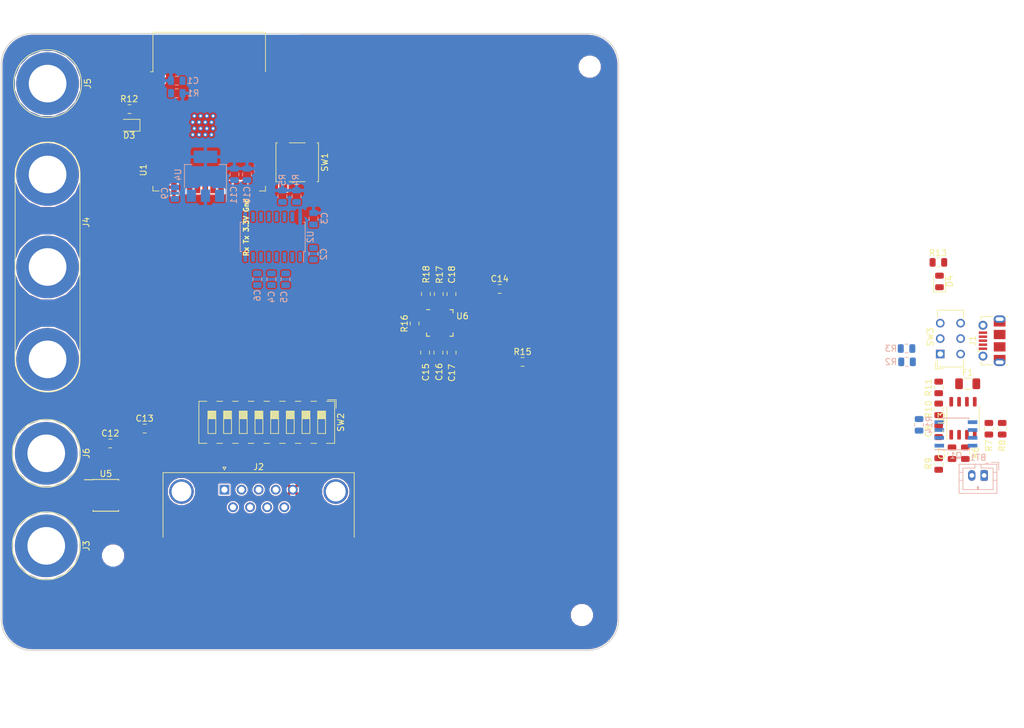
<source format=kicad_pcb>
(kicad_pcb (version 20171130) (host pcbnew 5.0.2-bee76a0~70~ubuntu18.04.1)
  (layers (0 F.Cu signal) (31 B.Cu signal) (34 B.Paste user) (35 F.Paste user) (36 B.SilkS user) (37 F.SilkS user) (38 B.Mask user) (39 F.Mask user) (44 Edge.Cuts user))
  (net 0 "")
  (net 1 GND)
  (net 2 +3V3)
  (net 3 "Net-(C2-Pad1)")
  (net 4 "Net-(C2-Pad2)")
  (net 5 "Net-(C4-Pad2)")
  (net 6 "Net-(C4-Pad1)")
  (net 7 "Net-(C5-Pad1)")
  (net 8 "Net-(C6-Pad2)")
  (net 9 +BATT)
  (net 10 "Net-(D3-Pad2)")
  (net 11 "Net-(D4-Pad2)")
  (net 12 /RXD)
  (net 13 /TXD)
  (net 14 "Net-(J2-Pad1)")
  (net 15 /TXD_RS232)
  (net 16 /RXD_RS232)
  (net 17 /CTS_RS232)
  (net 18 /RTS_RS232)
  (net 19 "Net-(R1-Pad2)")
  (net 20 "Net-(R2-Pad1)")
  (net 21 "Net-(R3-Pad2)")
  (net 22 /RTS)
  (net 23 "Net-(R9-Pad1)")
  (net 24 "Net-(R12-Pad1)")
  (net 25 "Net-(R13-Pad1)")
  (net 26 /CTS)
  (net 27 "Net-(J2-Pad2)")
  (net 28 "Net-(J2-Pad3)")
  (net 29 "Net-(J2-Pad7)")
  (net 30 "Net-(J2-Pad8)")
  (net 31 /power_supply/P_Batt_0)
  (net 32 /power_supply/P5_1)
  (net 33 /power_supply/P_Batt_1)
  (net 34 /power_supply/P5_0)
  (net 35 "Net-(Q1-Pad4)")
  (net 36 "Net-(C13-Pad1)")
  (net 37 "Net-(C17-Pad1)")
  (net 38 "Net-(C18-Pad1)")
  (net 39 /External-)
  (net 40 /External+)
  (net 41 /Aph)
  (net 42 /Cph)
  (net 43 /Bph)
  (net 44 "Net-(J5-Pad1)")
  (net 45 /ChargePwrStatus)
  (net 46 /ChargeStatus)
  (net 47 /Vbatt_sig)
  (net 48 "Net-(R16-Pad1)")
  (net 49 /mpu_SCL)
  (net 50 /mpu_SDA)
  (net 51 /mpu_INT)
  (net 52 /I_sense)
  (module Package_SO:SOIC-8_3.9x4.9mm_P1.27mm (layer F.Cu) (at 116.938 124.866)
    (fp_text reference U5 (at 0 -3.5) (layer F.SilkS))
    (fp_text value ACS712xLCTR-30A)
    (pad 1 smd rect (at -2.7 -1.905) (size 1.55 0.6) (layers F.Cu F.Paste F.Mask) (net 40 /External+))
    (pad 2 smd rect (at -2.7 -0.635) (size 1.55 0.6) (layers F.Cu F.Paste F.Mask) (net 40 /External+))
    (pad 3 smd rect (at -2.7 0.635) (size 1.55 0.6) (layers F.Cu F.Paste F.Mask) (net 39 /External-))
    (pad 4 smd rect (at -2.7 1.905) (size 1.55 0.6) (layers F.Cu F.Paste F.Mask) (net 39 /External-))
    (pad 5 smd rect (at 2.7 1.905) (size 1.55 0.6) (layers F.Cu F.Paste F.Mask) (net 1 GND))
    (pad 6 smd rect (at 2.7 0.635) (size 1.55 0.6) (layers F.Cu F.Paste F.Mask) (net 36 "Net-(C13-Pad1)"))
    (pad 7 smd rect (at 2.7 -0.635) (size 1.55 0.6) (layers F.Cu F.Paste F.Mask) (net 52 /I_sense))
    (pad 8 smd rect (at 2.7 -1.905) (size 1.55 0.6) (layers F.Cu F.Paste F.Mask) (net 2 +3V3))
  )
  (module power_supplies:ESP32-WROOM-32-Heat (layer F.Cu) (at 133.678 65.648)
    (fp_text reference U1 (at -10.668 6.477 90) (layer F.SilkS))
    (fp_text value ESP32-WROOM-32D)
    (pad 39 thru_hole circle (at 0.381 0.762) (size 0.762 0.762) (drill 0.381) (layers *.Cu *.Mask))
    (pad 39 thru_hole circle (at -0.635 0.762) (size 0.762 0.762) (drill 0.381) (layers *.Cu *.Mask))
    (pad 39 thru_hole circle (at -1.651 0.762) (size 0.762 0.762) (drill 0.381) (layers *.Cu *.Mask))
    (pad 39 thru_hole circle (at -2.667 0.762) (size 0.762 0.762) (drill 0.381) (layers *.Cu *.Mask))
    (pad 39 thru_hole circle (at 0.635 -0.254) (size 0.762 0.762) (drill 0.381) (layers *.Cu *.Mask))
    (pad 39 thru_hole circle (at -0.381 -0.254) (size 0.762 0.762) (drill 0.381) (layers *.Cu *.Mask))
    (pad 39 thru_hole circle (at -1.397 -0.254) (size 0.762 0.762) (drill 0.381) (layers *.Cu *.Mask))
    (pad 39 thru_hole circle (at -2.413 -0.254) (size 0.762 0.762) (drill 0.381) (layers *.Cu *.Mask))
    (pad 39 thru_hole circle (at 0.381 -1.27) (size 0.762 0.762) (drill 0.381) (layers *.Cu *.Mask))
    (pad 39 thru_hole circle (at -0.635 -1.27) (size 0.762 0.762) (drill 0.381) (layers *.Cu *.Mask))
    (pad 39 thru_hole circle (at -1.651 -1.27) (size 0.762 0.762) (drill 0.381) (layers *.Cu *.Mask))
    (pad 39 thru_hole circle (at -2.667 -1.27) (size 0.762 0.762) (drill 0.381) (layers *.Cu *.Mask))
    (pad 39 thru_hole circle (at 0.635 -2.286) (size 0.762 0.762) (drill 0.381) (layers *.Cu *.Mask))
    (pad 39 thru_hole circle (at -0.381 -2.286) (size 0.762 0.762) (drill 0.381) (layers *.Cu *.Mask))
    (pad 39 thru_hole circle (at -1.397 -2.286) (size 0.762 0.762) (drill 0.381) (layers *.Cu *.Mask))
    (pad 39 thru_hole circle (at -2.413 -2.286) (size 0.762 0.762) (drill 0.381) (layers *.Cu *.Mask))
    (pad 38 smd rect (at 8.5 -8.255) (size 2 0.9) (layers F.Cu F.Paste F.Mask) (net 1 GND))
    (pad 37 smd rect (at 8.5 -6.985) (size 2 0.9) (layers F.Cu F.Paste F.Mask))
    (pad 36 smd rect (at 8.5 -5.715) (size 2 0.9) (layers F.Cu F.Paste F.Mask) (net 22 /RTS))
    (pad 35 smd rect (at 8.5 -4.445) (size 2 0.9) (layers F.Cu F.Paste F.Mask) (net 13 /TXD))
    (pad 34 smd rect (at 8.5 -3.175) (size 2 0.9) (layers F.Cu F.Paste F.Mask) (net 12 /RXD))
    (pad 33 smd rect (at 8.5 -1.905) (size 2 0.9) (layers F.Cu F.Paste F.Mask) (net 45 /ChargePwrStatus))
    (pad 32 smd rect (at 8.5 -0.635) (size 2 0.9) (layers F.Cu F.Paste F.Mask))
    (pad 31 smd rect (at 8.5 0.635) (size 2 0.9) (layers F.Cu F.Paste F.Mask) (net 26 /CTS))
    (pad 30 smd rect (at 8.5 1.905) (size 2 0.9) (layers F.Cu F.Paste F.Mask) (net 46 /ChargeStatus))
    (pad 29 smd rect (at 8.5 3.175) (size 2 0.9) (layers F.Cu F.Paste F.Mask))
    (pad 28 smd rect (at 8.5 4.445) (size 2 0.9) (layers F.Cu F.Paste F.Mask) (net 47 /Vbatt_sig))
    (pad 27 smd rect (at 8.5 5.715) (size 2 0.9) (layers F.Cu F.Paste F.Mask))
    (pad 26 smd rect (at 8.5 6.985) (size 2 0.9) (layers F.Cu F.Paste F.Mask))
    (pad 25 smd rect (at 8.5 8.255) (size 2 0.9) (layers F.Cu F.Paste F.Mask) (net 21 "Net-(R3-Pad2)"))
    (pad 24 smd rect (at 5.715 9.255 90) (size 2 0.9) (layers F.Cu F.Paste F.Mask) (net 20 "Net-(R2-Pad1)"))
    (pad 23 smd rect (at 4.445 9.255 90) (size 2 0.9) (layers F.Cu F.Paste F.Mask))
    (pad 22 smd rect (at 3.175 9.255 90) (size 2 0.9) (layers F.Cu F.Paste F.Mask))
    (pad 21 smd rect (at 1.905 9.255 90) (size 2 0.9) (layers F.Cu F.Paste F.Mask))
    (pad 20 smd rect (at 0.635 9.255 90) (size 2 0.9) (layers F.Cu F.Paste F.Mask))
    (pad 19 smd rect (at -0.635 9.255 90) (size 2 0.9) (layers F.Cu F.Paste F.Mask))
    (pad 18 smd rect (at -1.905 9.255 90) (size 2 0.9) (layers F.Cu F.Paste F.Mask))
    (pad 17 smd rect (at -3.175 9.255 90) (size 2 0.9) (layers F.Cu F.Paste F.Mask))
    (pad 16 smd rect (at -4.445 9.255 90) (size 2 0.9) (layers F.Cu F.Paste F.Mask))
    (pad 15 smd rect (at -5.715 9.255 90) (size 2 0.9) (layers F.Cu F.Paste F.Mask) (net 1 GND))
    (pad 14 smd rect (at -8.5 8.255) (size 2 0.9) (layers F.Cu F.Paste F.Mask) (net 52 /I_sense))
    (pad 13 smd rect (at -8.5 6.985) (size 2 0.9) (layers F.Cu F.Paste F.Mask))
    (pad 12 smd rect (at -8.5 5.715) (size 2 0.9) (layers F.Cu F.Paste F.Mask) (net 42 /Cph))
    (pad 11 smd rect (at -8.5 4.445) (size 2 0.9) (layers F.Cu F.Paste F.Mask) (net 43 /Bph))
    (pad 10 smd rect (at -8.5 3.175) (size 2 0.9) (layers F.Cu F.Paste F.Mask) (net 41 /Aph))
    (pad 9 smd rect (at -8.5 1.905) (size 2 0.9) (layers F.Cu F.Paste F.Mask))
    (pad 8 smd rect (at -8.5 0.635) (size 2 0.9) (layers F.Cu F.Paste F.Mask) (net 50 /mpu_SDA))
    (pad 7 smd rect (at -8.5 -0.635) (size 2 0.9) (layers F.Cu F.Paste F.Mask) (net 51 /mpu_INT))
    (pad 6 smd rect (at -8.5 -1.905) (size 2 0.9) (layers F.Cu F.Paste F.Mask) (net 49 /mpu_SCL))
    (pad 5 smd rect (at -8.5 -3.175) (size 2 0.9) (layers F.Cu F.Paste F.Mask) (net 24 "Net-(R12-Pad1)"))
    (pad 4 smd rect (at -8.5 -4.445) (size 2 0.9) (layers F.Cu F.Paste F.Mask) (net 25 "Net-(R13-Pad1)"))
    (pad 3 smd rect (at -8.5 -5.715) (size 2 0.9) (layers F.Cu F.Paste F.Mask) (net 19 "Net-(R1-Pad2)"))
    (pad 2 smd rect (at -8.5 -6.985) (size 2 0.9) (layers F.Cu F.Paste F.Mask) (net 2 +3V3))
    (pad 1 smd rect (at -8.5 -8.255) (size 2 0.9) (layers F.Cu F.Paste F.Mask) (net 1 GND))
    (pad 39 smd rect (at -1 -0.755) (size 5 5) (layers F.Cu F.Paste F.Mask))
  )
  (module Resistor_SMD:R_0805_2012Metric (layer B.Cu) (at 128.4225 59.679 180)
    (fp_text reference R1 (at -2.667 0 180) (layer B.SilkS) (effects (justify mirror)))
    (fp_text value 10k)
    (pad 1 smd roundrect (at -0.9375 0 180) (size 0.975 1.4) (layers B.Cu B.Paste B.Mask) (net 2 +3V3))
    (pad 2 smd roundrect (at 0.9375 0 180) (size 0.975 1.4) (layers B.Cu B.Paste B.Mask) (net 19 "Net-(R1-Pad2)"))
  )
  (module Capacitor_SMD:C_0805_2012Metric (layer B.Cu) (at 128.4225 57.647)
    (fp_text reference C1 (at 2.6185 0) (layer B.SilkS) (effects (justify mirror)))
    (fp_text value 10uF)
    (pad 1 smd roundrect (at -0.9375 0) (size 0.975 1.4) (layers B.Cu B.Paste B.Mask) (net 2 +3V3))
    (pad 2 smd roundrect (at 0.9375 0) (size 0.975 1.4) (layers B.Cu B.Paste B.Mask) (net 1 GND))
  )
  (module Fuse:Fuse_1206_3216Metric (layer F.Cu) (at 256.55 106.781)
    (fp_text reference F1 (at 0 -1.82) (layer F.SilkS))
    (fp_text value 4A)
    (pad 1 smd roundrect (at -1.4 0) (size 1.25 1.75) (layers F.Cu F.Paste F.Mask) (roundrect_rratio 0.2) (net 9 +BATT))
    (pad 2 smd roundrect (at 1.4 0) (size 1.25 1.75) (layers F.Cu F.Paste F.Mask) (roundrect_rratio 0.2) (net 31 /power_supply/P_Batt_0))
  )
  (module Capacitor_SMD:C_0805_2012Metric (layer B.Cu) (at 150.577599 85.704911 90)
    (fp_text reference C2 (at -0.0785 1.651 90) (layer B.SilkS) (effects (justify mirror)))
    (fp_text value 0.1uF)
    (pad 1 smd roundrect (at -0.9375 0 90) (size 0.975 1.4) (layers B.Cu B.Paste B.Mask) (net 3 "Net-(C2-Pad1)"))
    (pad 2 smd roundrect (at 0.9375 0 90) (size 0.975 1.4) (layers B.Cu B.Paste B.Mask) (net 4 "Net-(C2-Pad2)"))
  )
  (module Capacitor_SMD:C_0805_2012Metric (layer B.Cu) (at 150.577599 80.019911 270)
    (fp_text reference C3 (at -0.0785 -1.778 270) (layer B.SilkS) (effects (justify mirror)))
    (fp_text value 0.1uF)
    (pad 1 smd roundrect (at -0.9375 0 270) (size 0.975 1.4) (layers B.Cu B.Paste B.Mask) (net 2 +3V3))
    (pad 2 smd roundrect (at 0.9375 0 270) (size 0.975 1.4) (layers B.Cu B.Paste B.Mask) (net 1 GND))
  )
  (module Capacitor_SMD:C_0805_2012Metric (layer B.Cu) (at 143.764 89.8375 270)
    (fp_text reference C4 (at 2.8725 0 270) (layer B.SilkS) (effects (justify mirror)))
    (fp_text value 0.1uF)
    (pad 2 smd roundrect (at 0.9375 0 270) (size 0.975 1.4) (layers B.Cu B.Paste B.Mask) (net 5 "Net-(C4-Pad2)"))
    (pad 1 smd roundrect (at -0.9375 0 270) (size 0.975 1.4) (layers B.Cu B.Paste B.Mask) (net 6 "Net-(C4-Pad1)"))
  )
  (module Capacitor_SMD:C_0805_2012Metric (layer B.Cu) (at 146.05 89.8375 270)
    (fp_text reference C5 (at 2.8725 0.254 270) (layer B.SilkS) (effects (justify mirror)))
    (fp_text value 0.1uF)
    (pad 1 smd roundrect (at -0.9375 0 270) (size 0.975 1.4) (layers B.Cu B.Paste B.Mask) (net 7 "Net-(C5-Pad1)"))
    (pad 2 smd roundrect (at 0.9375 0 270) (size 0.975 1.4) (layers B.Cu B.Paste B.Mask) (net 1 GND))
  )
  (module Capacitor_SMD:C_0805_2012Metric (layer B.Cu) (at 141.478 89.8375 90)
    (fp_text reference C6 (at -2.6185 0 90) (layer B.SilkS) (effects (justify mirror)))
    (fp_text value 0.1uF)
    (pad 2 smd roundrect (at 0.9375 0 90) (size 0.975 1.4) (layers B.Cu B.Paste B.Mask) (net 8 "Net-(C6-Pad2)"))
    (pad 1 smd roundrect (at -0.9375 0 90) (size 0.975 1.4) (layers B.Cu B.Paste B.Mask) (net 1 GND))
  )
  (module Capacitor_SMD:C_0805_2012Metric (layer F.Cu) (at 254.013 118.0355 270)
    (fp_text reference C7 (at 0.0485 1.651 270) (layer F.SilkS))
    (fp_text value 10u)
    (pad 2 smd roundrect (at 0.9375 0 270) (size 0.975 1.4) (layers F.Cu F.Paste F.Mask) (net 1 GND))
    (pad 1 smd roundrect (at -0.9375 0 270) (size 0.975 1.4) (layers F.Cu F.Paste F.Mask) (net 32 /power_supply/P5_1))
  )
  (module Capacitor_SMD:C_0805_2012Metric (layer F.Cu) (at 251.854 114.4795 270)
    (fp_text reference C8 (at 0 1.651 270) (layer F.SilkS))
    (fp_text value 10u)
    (pad 1 smd roundrect (at -0.9375 0 270) (size 0.975 1.4) (layers F.Cu F.Paste F.Mask) (net 9 +BATT))
    (pad 2 smd roundrect (at 0.9375 0 270) (size 0.975 1.4) (layers F.Cu F.Paste F.Mask) (net 1 GND))
  )
  (module Capacitor_SMD:C_0805_2012Metric (layer B.Cu) (at 128.118 75.8885 270)
    (fp_text reference C9 (at 0 1.65 270) (layer B.SilkS) (effects (justify mirror)))
    (fp_text value 1u)
    (pad 2 smd roundrect (at 0.9375 0 270) (size 0.975 1.4) (layers B.Cu B.Paste B.Mask) (net 1 GND))
    (pad 1 smd roundrect (at -0.9375 0 270) (size 0.975 1.4) (layers B.Cu B.Paste B.Mask) (net 33 /power_supply/P_Batt_1))
  )
  (module Capacitor_SMD:C_0805_2012Metric (layer B.Cu) (at 139.802 72.8405 270)
    (fp_text reference C10 (at 3.3505 0 270) (layer B.SilkS) (effects (justify mirror)))
    (fp_text value 1u)
    (pad 1 smd roundrect (at -0.9375 0 270) (size 0.975 1.4) (layers B.Cu B.Paste B.Mask) (net 2 +3V3))
    (pad 2 smd roundrect (at 0.9375 0 270) (size 0.975 1.4) (layers B.Cu B.Paste B.Mask) (net 1 GND))
  )
  (module Capacitor_SMD:C_0805_2012Metric (layer B.Cu) (at 137.77 72.8405 270)
    (fp_text reference C11 (at 3.3505 0.127 270) (layer B.SilkS) (effects (justify mirror)))
    (fp_text value 10n)
    (pad 2 smd roundrect (at 0.9375 0 270) (size 0.975 1.4) (layers B.Cu B.Paste B.Mask) (net 1 GND))
    (pad 1 smd roundrect (at -0.9375 0 270) (size 0.975 1.4) (layers B.Cu B.Paste B.Mask) (net 2 +3V3))
  )
  (module LED_SMD:LED_0805_2012Metric (layer F.Cu) (at 120.7725 64.866 180)
    (fp_text reference D3 (at 0.0485 -1.651 180) (layer F.SilkS))
    (fp_text value LED_Small)
    (pad 1 smd roundrect (at -0.9375 0 180) (size 0.975 1.4) (layers F.Cu F.Paste F.Mask) (net 1 GND))
    (pad 2 smd roundrect (at 0.9375 0 180) (size 0.975 1.4) (layers F.Cu F.Paste F.Mask) (net 10 "Net-(D3-Pad2)"))
  )
  (module LED_SMD:LED_0805_2012Metric (layer F.Cu) (at 251.981 90.1925 90)
    (fp_text reference D4 (at 0.0485 1.651 90) (layer F.SilkS))
    (fp_text value LED_Small)
    (pad 2 smd roundrect (at 0.9375 0 90) (size 0.975 1.4) (layers F.Cu F.Paste F.Mask) (net 11 "Net-(D4-Pad2)"))
    (pad 1 smd roundrect (at -0.9375 0 90) (size 0.975 1.4) (layers F.Cu F.Paste F.Mask) (net 1 GND))
  )
  (module MountingHole:MountingHole_3.2mm_M3_ISO7380 (layer F.Cu) (at 259.871 88.112)
    (fp_text reference H1 hide)
    (fp_text value MountingHole)
    (pad 1 np_thru_hole circle (at 0 0) (size 3.2 3.2) (drill 3.2) (layers *.Cu *.Mask))
  )
  (module MountingHole:MountingHole_3.2mm_M3_ISO7380 (layer F.Cu) (at 118.11 134.62)
    (fp_text reference H2 hide)
    (fp_text value MountingHole)
    (pad 1 np_thru_hole circle (at 0 0) (size 3.2 3.2) (drill 3.2) (layers *.Cu *.Mask))
  )
  (module MountingHole:MountingHole_3.2mm_M3_ISO7380 (layer F.Cu) (at 195.326 55.372)
    (fp_text reference H3 hide)
    (fp_text value MountingHole)
    (pad 1 np_thru_hole circle (at 0 0) (size 3.2 3.2) (drill 3.2) (layers *.Cu *.Mask))
  )
  (module MountingHole:MountingHole_3.2mm_M3_ISO7380 (layer F.Cu) (at 194.056 144.272)
    (fp_text reference H4 hide)
    (fp_text value MountingHole)
    (pad 1 np_thru_hole circle (at 0 0) (size 3.2 3.2) (drill 3.2) (layers *.Cu *.Mask))
  )
  (module Resistor_SMD:R_0805_2012Metric (layer B.Cu) (at 246.7255 103.225)
    (fp_text reference R2 (at -2.6185 0) (layer B.SilkS) (effects (justify mirror)))
    (fp_text value 10k)
    (pad 2 smd roundrect (at 0.9375 0) (size 0.975 1.4) (layers B.Cu B.Paste B.Mask) (net 1 GND))
    (pad 1 smd roundrect (at -0.9375 0) (size 0.975 1.4) (layers B.Cu B.Paste B.Mask) (net 20 "Net-(R2-Pad1)"))
  )
  (module Resistor_SMD:R_0805_2012Metric (layer B.Cu) (at 246.647 101.066)
    (fp_text reference R3 (at -2.54 0) (layer B.SilkS) (effects (justify mirror)))
    (fp_text value 10k)
    (pad 1 smd roundrect (at -0.9375 0) (size 0.975 1.4) (layers B.Cu B.Paste B.Mask) (net 2 +3V3))
    (pad 2 smd roundrect (at 0.9375 0) (size 0.975 1.4) (layers B.Cu B.Paste B.Mask) (net 21 "Net-(R3-Pad2)"))
  )
  (module Resistor_SMD:R_0805_2012Metric (layer B.Cu) (at 147.828 76.3755 270)
    (fp_text reference R4 (at -2.6185 0.127 270) (layer B.SilkS) (effects (justify mirror)))
    (fp_text value 10k)
    (pad 1 smd roundrect (at -0.9375 0 270) (size 0.975 1.4) (layers B.Cu B.Paste B.Mask) (net 2 +3V3))
    (pad 2 smd roundrect (at 0.9375 0 270) (size 0.975 1.4) (layers B.Cu B.Paste B.Mask) (net 13 /TXD))
  )
  (module Resistor_SMD:R_0805_2012Metric (layer B.Cu) (at 145.542 76.3755 270)
    (fp_text reference R5 (at -2.6185 0 270) (layer B.SilkS) (effects (justify mirror)))
    (fp_text value 10k)
    (pad 1 smd roundrect (at -0.9375 0 270) (size 0.975 1.4) (layers B.Cu B.Paste B.Mask) (net 2 +3V3))
    (pad 2 smd roundrect (at 0.9375 0 270) (size 0.975 1.4) (layers B.Cu B.Paste B.Mask) (net 22 /RTS))
  )
  (module Resistor_SMD:R_0805_2012Metric (layer F.Cu) (at 256.172 118.0355 270)
    (fp_text reference R6 (at -0.0785 -1.651 270) (layer F.SilkS))
    (fp_text value 0.2)
    (pad 2 smd roundrect (at 0.9375 0 270) (size 0.975 1.4) (layers F.Cu F.Paste F.Mask) (net 34 /power_supply/P5_0))
    (pad 1 smd roundrect (at -0.9375 0 270) (size 0.975 1.4) (layers F.Cu F.Paste F.Mask) (net 32 /power_supply/P5_1))
  )
  (module Resistor_SMD:R_0805_2012Metric (layer F.Cu) (at 259.982 114.0685 90)
    (fp_text reference R7 (at -2.7455 0 90) (layer F.SilkS))
    (fp_text value 200)
    (pad 2 smd roundrect (at 0.9375 0 90) (size 0.975 1.4) (layers F.Cu F.Paste F.Mask) (net 45 /ChargePwrStatus))
    (pad 1 smd roundrect (at -0.9375 0 90) (size 0.975 1.4) (layers F.Cu F.Paste F.Mask) (net 32 /power_supply/P5_1))
  )
  (module Resistor_SMD:R_0805_2012Metric (layer F.Cu) (at 262.141 114.0685 90)
    (fp_text reference R8 (at -2.7455 0 90) (layer F.SilkS))
    (fp_text value 200)
    (pad 1 smd roundrect (at -0.9375 0 90) (size 0.975 1.4) (layers F.Cu F.Paste F.Mask) (net 32 /power_supply/P5_1))
    (pad 2 smd roundrect (at 0.9375 0 90) (size 0.975 1.4) (layers F.Cu F.Paste F.Mask) (net 46 /ChargeStatus))
  )
  (module Resistor_SMD:R_0805_2012Metric (layer F.Cu) (at 251.854 119.7835 270)
    (fp_text reference R9 (at -0.0785 1.651 270) (layer F.SilkS))
    (fp_text value 1.2k)
    (pad 1 smd roundrect (at -0.9375 0 270) (size 0.975 1.4) (layers F.Cu F.Paste F.Mask) (net 23 "Net-(R9-Pad1)"))
    (pad 2 smd roundrect (at 0.9375 0 270) (size 0.975 1.4) (layers F.Cu F.Paste F.Mask) (net 1 GND))
  )
  (module Resistor_SMD:R_0805_2012Metric (layer F.Cu) (at 251.854 110.9235 90)
    (fp_text reference R10 (at 0 -1.65 90) (layer F.SilkS))
    (fp_text value 10k)
    (pad 2 smd roundrect (at 0.9375 0 90) (size 0.975 1.4) (layers F.Cu F.Paste F.Mask) (net 35 "Net-(Q1-Pad4)"))
    (pad 1 smd roundrect (at -0.9375 0 90) (size 0.975 1.4) (layers F.Cu F.Paste F.Mask) (net 9 +BATT))
  )
  (module Resistor_SMD:R_0805_2012Metric (layer F.Cu) (at 251.854 107.3675 90)
    (fp_text reference R11 (at 0 -1.65 90) (layer F.SilkS))
    (fp_text value 10k)
    (pad 1 smd roundrect (at -0.9375 0 90) (size 0.975 1.4) (layers F.Cu F.Paste F.Mask) (net 33 /power_supply/P_Batt_1))
    (pad 2 smd roundrect (at 0.9375 0 90) (size 0.975 1.4) (layers F.Cu F.Paste F.Mask) (net 47 /Vbatt_sig))
  )
  (module Resistor_SMD:R_0805_2012Metric (layer F.Cu) (at 120.7725 62.256 180)
    (fp_text reference R12 (at 0.0485 1.651 180) (layer F.SilkS))
    (fp_text value 10k)
    (pad 2 smd roundrect (at 0.9375 0 180) (size 0.975 1.4) (layers F.Cu F.Paste F.Mask) (net 10 "Net-(D3-Pad2)"))
    (pad 1 smd roundrect (at -0.9375 0 180) (size 0.975 1.4) (layers F.Cu F.Paste F.Mask) (net 24 "Net-(R12-Pad1)"))
  )
  (module Resistor_SMD:R_0805_2012Metric (layer F.Cu) (at 251.8055 87.096)
    (fp_text reference R13 (at -0.0785 -1.524) (layer F.SilkS))
    (fp_text value 10k)
    (pad 2 smd roundrect (at 0.9375 0) (size 0.975 1.4) (layers F.Cu F.Paste F.Mask) (net 11 "Net-(D4-Pad2)"))
    (pad 1 smd roundrect (at -0.9375 0) (size 0.975 1.4) (layers F.Cu F.Paste F.Mask) (net 25 "Net-(R13-Pad1)"))
  )
  (module Button_Switch_SMD:SW_SPST_B3S-1000 (layer F.Cu) (at 147.938 70.866 90)
    (fp_text reference SW1 (at 0 4.462 90) (layer F.SilkS))
    (fp_text value Flash)
    (pad 1 smd rect (at -3.975 -2.25 90) (size 1.55 1.3) (layers F.Cu F.Paste F.Mask) (net 21 "Net-(R3-Pad2)"))
    (pad 1 smd rect (at 3.975 -2.25 90) (size 1.55 1.3) (layers F.Cu F.Paste F.Mask) (net 21 "Net-(R3-Pad2)"))
    (pad 2 smd rect (at -3.975 2.25 90) (size 1.55 1.3) (layers F.Cu F.Paste F.Mask) (net 1 GND))
    (pad 2 smd rect (at 3.975 2.25 90) (size 1.55 1.3) (layers F.Cu F.Paste F.Mask) (net 1 GND))
  )
  (module Package_SO:SSOP-8_3.9x5.05mm_P1.27mm (layer F.Cu) (at 255.791 112.369 90)
    (fp_text reference U3 (at 0 -3.48 90) (layer F.SilkS))
    (fp_text value TP4056)
    (pad 1 smd roundrect (at -2.675 -1.905 90) (size 1.55 0.6) (layers F.Cu F.Paste F.Mask) (net 1 GND))
    (pad 2 smd roundrect (at -2.675 -0.635 90) (size 1.55 0.6) (layers F.Cu F.Paste F.Mask) (net 23 "Net-(R9-Pad1)"))
    (pad 3 smd roundrect (at -2.675 0.635 90) (size 1.55 0.6) (layers F.Cu F.Paste F.Mask) (net 1 GND))
    (pad 4 smd roundrect (at -2.675 1.905 90) (size 1.55 0.6) (layers F.Cu F.Paste F.Mask) (net 32 /power_supply/P5_1))
    (pad 5 smd roundrect (at 2.675 1.905 90) (size 1.55 0.6) (layers F.Cu F.Paste F.Mask) (net 9 +BATT))
    (pad 6 smd roundrect (at 2.675 0.635 90) (size 1.55 0.6) (layers F.Cu F.Paste F.Mask) (net 45 /ChargePwrStatus))
    (pad 7 smd roundrect (at 2.675 -0.635 90) (size 1.55 0.6) (layers F.Cu F.Paste F.Mask) (net 46 /ChargeStatus))
    (pad 8 smd roundrect (at 2.675 -1.905 90) (size 1.55 0.6) (layers F.Cu F.Paste F.Mask) (net 32 /power_supply/P5_1))
  )
  (module Button_Switch_SMD:SW_DIP_SPSTx08_Slide_6.7x21.88mm_W8.61mm_P2.54mm_LowProfile (layer F.Cu) (at 143.002 113.03 270)
    (fp_text reference SW2 (at 0 -12 270) (layer F.SilkS))
    (fp_text value Null_Modem_Selector)
    (pad 1 smd rect (at -4.305 -8.89 270) (size 2.44 1.12) (layers F.Cu F.Paste F.Mask) (net 15 /TXD_RS232))
    (pad 9 smd rect (at 4.305 8.89 270) (size 2.44 1.12) (layers F.Cu F.Paste F.Mask) (net 29 "Net-(J2-Pad7)"))
    (pad 2 smd rect (at -4.305 -6.35 270) (size 2.44 1.12) (layers F.Cu F.Paste F.Mask) (net 17 /CTS_RS232))
    (pad 10 smd rect (at 4.305 6.35 270) (size 2.44 1.12) (layers F.Cu F.Paste F.Mask) (net 27 "Net-(J2-Pad2)"))
    (pad 3 smd rect (at -4.305 -3.81 270) (size 2.44 1.12) (layers F.Cu F.Paste F.Mask) (net 16 /RXD_RS232))
    (pad 11 smd rect (at 4.305 3.81 270) (size 2.44 1.12) (layers F.Cu F.Paste F.Mask) (net 30 "Net-(J2-Pad8)"))
    (pad 4 smd rect (at -4.305 -1.27 270) (size 2.44 1.12) (layers F.Cu F.Paste F.Mask) (net 18 /RTS_RS232))
    (pad 12 smd rect (at 4.305 1.27 270) (size 2.44 1.12) (layers F.Cu F.Paste F.Mask) (net 28 "Net-(J2-Pad3)"))
    (pad 5 smd rect (at -4.305 1.27 270) (size 2.44 1.12) (layers F.Cu F.Paste F.Mask) (net 15 /TXD_RS232))
    (pad 13 smd rect (at 4.305 -1.27 270) (size 2.44 1.12) (layers F.Cu F.Paste F.Mask) (net 30 "Net-(J2-Pad8)"))
    (pad 6 smd rect (at -4.305 3.81 270) (size 2.44 1.12) (layers F.Cu F.Paste F.Mask) (net 17 /CTS_RS232))
    (pad 14 smd rect (at 4.305 -3.81 270) (size 2.44 1.12) (layers F.Cu F.Paste F.Mask) (net 28 "Net-(J2-Pad3)"))
    (pad 7 smd rect (at -4.305 6.35 270) (size 2.44 1.12) (layers F.Cu F.Paste F.Mask) (net 16 /RXD_RS232))
    (pad 15 smd rect (at 4.305 -6.35 270) (size 2.44 1.12) (layers F.Cu F.Paste F.Mask) (net 29 "Net-(J2-Pad7)"))
    (pad 8 smd rect (at -4.305 8.89 270) (size 2.44 1.12) (layers F.Cu F.Paste F.Mask) (net 18 /RTS_RS232))
    (pad 16 smd rect (at 4.305 -8.89 270) (size 2.44 1.12) (layers F.Cu F.Paste F.Mask) (net 27 "Net-(J2-Pad2)"))
  )
  (module Connector_JST:JST_PH_B2B-PH-K_1x02_P2.00mm_Vertical (layer B.Cu) (at 259.22 121.64 180)
    (fp_text reference BT1 (at 1 2.9 180) (layer B.SilkS) (effects (justify mirror)))
    (fp_text value Battery_Cell)
    (pad 1 thru_hole roundrect (at 0 0 180) (size 1.2 1.75) (drill 0.75) (layers *.Cu *.Mask) (roundrect_rratio 0.208333) (net 31 /power_supply/P_Batt_0))
    (pad 2 thru_hole oval (at 2 0 180) (size 1.2 1.75) (drill 0.75) (layers *.Cu *.Mask) (net 1 GND))
  )
  (module Package_TO_SOT_SMD:SOT-223-3_TabPin2 (layer B.Cu) (at 133.071 73.143 90)
    (fp_text reference U4 (at 0.254 -4.445 90) (layer B.SilkS) (effects (justify mirror)))
    (fp_text value AMS1117)
    (pad 2 smd rect (at 3.15 0 90) (size 2 3.8) (layers B.Cu B.Paste B.Mask) (net 2 +3V3))
    (pad 2 smd rect (at -3.15 0 90) (size 2 1.5) (layers B.Cu B.Paste B.Mask) (net 2 +3V3))
    (pad 3 smd rect (at -3.15 -2.3 90) (size 2 1.5) (layers B.Cu B.Paste B.Mask) (net 33 /power_supply/P_Batt_1))
    (pad 1 smd rect (at -3.15 2.3 90) (size 2 1.5) (layers B.Cu B.Paste B.Mask) (net 1 GND))
  )
  (module Connector_Dsub:DSUB-9_Male_Horizontal_P2.77x2.84mm_EdgePinOffset4.94mm_Housed_MountingHolesOffset7.48mm (layer F.Cu) (at 136.144 123.952)
    (fp_text reference J2 (at 5.54 -3.7) (layer F.SilkS))
    (fp_text value DB9)
    (pad 1 thru_hole rect (at 0 0) (size 1.6 1.6) (drill 1) (layers *.Cu *.Mask) (net 14 "Net-(J2-Pad1)"))
    (pad 2 thru_hole circle (at 2.77 0) (size 1.6 1.6) (drill 1) (layers *.Cu *.Mask) (net 27 "Net-(J2-Pad2)"))
    (pad 3 thru_hole circle (at 5.54 0) (size 1.6 1.6) (drill 1) (layers *.Cu *.Mask) (net 28 "Net-(J2-Pad3)"))
    (pad 4 thru_hole circle (at 8.31 0) (size 1.6 1.6) (drill 1) (layers *.Cu *.Mask) (net 14 "Net-(J2-Pad1)"))
    (pad 5 thru_hole circle (at 11.08 0) (size 1.6 1.6) (drill 1) (layers *.Cu *.Mask) (net 1 GND))
    (pad 6 thru_hole circle (at 1.385 2.84) (size 1.6 1.6) (drill 1) (layers *.Cu *.Mask) (net 14 "Net-(J2-Pad1)"))
    (pad 7 thru_hole circle (at 4.155 2.84) (size 1.6 1.6) (drill 1) (layers *.Cu *.Mask) (net 29 "Net-(J2-Pad7)"))
    (pad 8 thru_hole circle (at 6.925 2.84) (size 1.6 1.6) (drill 1) (layers *.Cu *.Mask) (net 30 "Net-(J2-Pad8)"))
    (pad 9 thru_hole circle (at 9.695 2.84) (size 1.6 1.6) (drill 1) (layers *.Cu *.Mask))
    (pad 0 thru_hole circle (at -6.96 0.3) (size 4 4) (drill 3.2) (layers *.Cu *.Mask))
    (pad 0 thru_hole circle (at 18.04 0.3) (size 4 4) (drill 3.2) (layers *.Cu *.Mask))
  )
  (module Package_SO:SOIC-8_3.9x4.9mm_P1.27mm (layer B.Cu) (at 254.648 114.909)
    (fp_text reference Q1 (at 0 3.5) (layer B.SilkS) (effects (justify mirror)))
    (fp_text value IRF7404)
    (pad 1 smd rect (at -2.7 1.905) (size 1.55 0.6) (layers B.Cu B.Paste B.Mask) (net 9 +BATT))
    (pad 2 smd rect (at -2.7 0.635) (size 1.55 0.6) (layers B.Cu B.Paste B.Mask) (net 9 +BATT))
    (pad 3 smd rect (at -2.7 -0.635) (size 1.55 0.6) (layers B.Cu B.Paste B.Mask) (net 9 +BATT))
    (pad 4 smd rect (at -2.7 -1.905) (size 1.55 0.6) (layers B.Cu B.Paste B.Mask) (net 35 "Net-(Q1-Pad4)"))
    (pad 5 smd rect (at 2.7 -1.905) (size 1.55 0.6) (layers B.Cu B.Paste B.Mask) (net 33 /power_supply/P_Batt_1))
    (pad 6 smd rect (at 2.7 -0.635) (size 1.55 0.6) (layers B.Cu B.Paste B.Mask) (net 33 /power_supply/P_Batt_1))
    (pad 7 smd rect (at 2.7 0.635) (size 1.55 0.6) (layers B.Cu B.Paste B.Mask) (net 33 /power_supply/P_Batt_1))
    (pad 8 smd rect (at 2.7 1.905) (size 1.55 0.6) (layers B.Cu B.Paste B.Mask) (net 33 /power_supply/P_Batt_1))
  )
  (module Resistor_SMD:R_0805_2012Metric (layer B.Cu) (at 248.679 113.4335 90)
    (fp_text reference R14 (at 0 1.65 90) (layer B.SilkS) (effects (justify mirror)))
    (fp_text value 10k)
    (pad 1 smd roundrect (at -0.9375 0 90) (size 0.975 1.4) (layers B.Cu B.Paste B.Mask) (net 47 /Vbatt_sig))
    (pad 2 smd roundrect (at 0.9375 0 90) (size 0.975 1.4) (layers B.Cu B.Paste B.Mask) (net 1 GND))
  )
  (module Button_Switch_THT:SW_CuK_JS202011CQN_DPDT_Straight (layer F.Cu) (at 252.108 101.955 90)
    (fp_text reference SW3 (at 2.75 -1.6 90) (layer F.SilkS))
    (fp_text value SW_SPST)
    (pad 1 thru_hole rect (at 0 0 90) (size 1.4 1.4) (drill 0.9) (layers *.Cu *.Mask) (net 35 "Net-(Q1-Pad4)"))
    (pad 2 thru_hole circle (at 2.5 0 90) (size 1.4 1.4) (drill 0.9) (layers *.Cu *.Mask) (net 1 GND))
    (pad 3 thru_hole circle (at 5 0 90) (size 1.4 1.4) (drill 0.9) (layers *.Cu *.Mask))
    (pad 4 thru_hole circle (at 0 3.3 90) (size 1.4 1.4) (drill 0.9) (layers *.Cu *.Mask))
    (pad 5 thru_hole circle (at 2.5 3.3 90) (size 1.4 1.4) (drill 0.9) (layers *.Cu *.Mask))
    (pad 6 thru_hole circle (at 5 3.3 90) (size 1.4 1.4) (drill 0.9) (layers *.Cu *.Mask))
  )
  (module Package_SO:SOP-16_4.55x10.3mm_P1.27mm (layer B.Cu) (at 143.9666 82.97 90)
    (fp_text reference U2 (at 0 6.1 90) (layer B.SilkS) (effects (justify mirror)))
    (fp_text value MAX3232)
    (pad 1 smd roundrect (at -3.25 4.445 90) (size 1.6 0.6) (layers B.Cu B.Paste B.Mask) (net 3 "Net-(C2-Pad1)"))
    (pad 2 smd roundrect (at -3.25 3.175 90) (size 1.6 0.6) (layers B.Cu B.Paste B.Mask) (net 7 "Net-(C5-Pad1)"))
    (pad 3 smd roundrect (at -3.25 1.905 90) (size 1.6 0.6) (layers B.Cu B.Paste B.Mask) (net 4 "Net-(C2-Pad2)"))
    (pad 4 smd roundrect (at -3.25 0.635 90) (size 1.6 0.6) (layers B.Cu B.Paste B.Mask) (net 6 "Net-(C4-Pad1)"))
    (pad 5 smd roundrect (at -3.25 -0.635 90) (size 1.6 0.6) (layers B.Cu B.Paste B.Mask) (net 5 "Net-(C4-Pad2)"))
    (pad 6 smd roundrect (at -3.25 -1.905 90) (size 1.6 0.6) (layers B.Cu B.Paste B.Mask) (net 8 "Net-(C6-Pad2)"))
    (pad 7 smd roundrect (at -3.25 -3.175 90) (size 1.6 0.6) (layers B.Cu B.Paste B.Mask) (net 18 /RTS_RS232))
    (pad 8 smd roundrect (at -3.25 -4.445 90) (size 1.6 0.6) (layers B.Cu B.Paste B.Mask) (net 17 /CTS_RS232))
    (pad 9 smd roundrect (at 3.25 -4.445 90) (size 1.6 0.6) (layers B.Cu B.Paste B.Mask) (net 26 /CTS))
    (pad 10 smd roundrect (at 3.25 -3.175 90) (size 1.6 0.6) (layers B.Cu B.Paste B.Mask) (net 22 /RTS))
    (pad 11 smd roundrect (at 3.25 -1.905 90) (size 1.6 0.6) (layers B.Cu B.Paste B.Mask) (net 13 /TXD))
    (pad 12 smd roundrect (at 3.25 -0.635 90) (size 1.6 0.6) (layers B.Cu B.Paste B.Mask) (net 12 /RXD))
    (pad 13 smd roundrect (at 3.25 0.635 90) (size 1.6 0.6) (layers B.Cu B.Paste B.Mask) (net 16 /RXD_RS232))
    (pad 14 smd roundrect (at 3.25 1.905 90) (size 1.6 0.6) (layers B.Cu B.Paste B.Mask) (net 15 /TXD_RS232))
    (pad 15 smd roundrect (at 3.25 3.175 90) (size 1.6 0.6) (layers B.Cu B.Paste B.Mask) (net 1 GND))
    (pad 16 smd roundrect (at 3.25 4.445 90) (size 1.6 0.6) (layers B.Cu B.Paste B.Mask) (net 2 +3V3))
  )
  (module power_supplies:USB_Micro-B_Molex-105017-0001 (layer F.Cu) (at 260.49 99.796 90)
    (fp_text reference J1 (at 0 -3.1125 90) (layer F.SilkS))
    (fp_text value USB_B_Micro)
    (pad 6 smd rect (at 1 1.2375 90) (size 1.5 1.9) (layers F.Cu F.Paste F.Mask) (net 1 GND))
    (pad 6 thru_hole circle (at -2.5 -1.4625 90) (size 1.45 1.45) (drill 0.85) (layers *.Cu *.Mask) (net 1 GND))
    (pad 2 smd rect (at -0.65 -1.4625 90) (size 0.4 1.35) (layers F.Cu F.Paste F.Mask))
    (pad 1 smd rect (at -1.3 -1.4625 90) (size 0.4 1.35) (layers F.Cu F.Paste F.Mask) (net 34 /power_supply/P5_0))
    (pad 5 smd rect (at 1.3 -1.4625 90) (size 0.4 1.35) (layers F.Cu F.Paste F.Mask) (net 1 GND))
    (pad 4 smd rect (at 0.65 -1.4625 90) (size 0.4 1.35) (layers F.Cu F.Paste F.Mask))
    (pad 3 smd rect (at 0 -1.4625 90) (size 0.4 1.35) (layers F.Cu F.Paste F.Mask))
    (pad 6 thru_hole circle (at 2.5 -1.4625 90) (size 1.45 1.45) (drill 0.85) (layers *.Cu *.Mask) (net 1 GND))
    (pad 6 smd rect (at -1 1.2375 90) (size 1.5 1.9) (layers F.Cu F.Paste F.Mask) (net 1 GND))
    (pad 6 thru_hole oval (at -3.5 1.2375 270) (size 1.2 1.9) (drill oval 0.6 1.3) (layers *.Cu *.Mask) (net 1 GND))
    (pad 6 thru_hole oval (at 3.5 1.2375 90) (size 1.2 1.9) (drill oval 0.6 1.3) (layers *.Cu *.Mask) (net 1 GND))
    (pad 6 smd rect (at 2.9 1.2375 90) (size 1.2 1.9) (layers F.Cu F.Mask) (net 1 GND))
    (pad 6 smd rect (at -2.9 1.2375 90) (size 1.2 1.9) (layers F.Cu F.Mask) (net 1 GND))
  )
  (module Capacitor_SMD:C_0805_2012Metric (layer F.Cu) (at 117.6551 116.459)
    (fp_text reference C12 (at 0 -1.65) (layer F.SilkS))
    (fp_text value 0.1uF)
    (pad 1 smd roundrect (at -0.9375 0) (size 0.975 1.4) (layers F.Cu F.Paste F.Mask) (net 2 +3V3))
    (pad 2 smd roundrect (at 0.9375 0) (size 0.975 1.4) (layers F.Cu F.Paste F.Mask) (net 1 GND))
  )
  (module Capacitor_SMD:C_0805_2012Metric (layer F.Cu) (at 123.2131 114.046)
    (fp_text reference C13 (at 0 -1.65) (layer F.SilkS))
    (fp_text value 1nF)
    (pad 1 smd roundrect (at -0.9375 0) (size 0.975 1.4) (layers F.Cu F.Paste F.Mask) (net 36 "Net-(C13-Pad1)"))
    (pad 2 smd roundrect (at 0.9375 0) (size 0.975 1.4) (layers F.Cu F.Paste F.Mask) (net 1 GND))
  )
  (module Capacitor_SMD:C_0805_2012Metric (layer F.Cu) (at 180.739201 91.408601)
    (fp_text reference C14 (at 0 -1.65) (layer F.SilkS))
    (fp_text value 0.1uF)
    (pad 2 smd roundrect (at 0.9375 0) (size 0.975 1.4) (layers F.Cu F.Paste F.Mask) (net 2 +3V3))
    (pad 1 smd roundrect (at -0.9375 0) (size 0.975 1.4) (layers F.Cu F.Paste F.Mask) (net 1 GND))
  )
  (module Capacitor_SMD:C_0805_2012Metric (layer F.Cu) (at 168.656 101.7247 270)
    (fp_text reference C15 (at 3.1773 -0.1016 270) (layer F.SilkS))
    (fp_text value 10nF)
    (pad 1 smd roundrect (at -0.9375 0 270) (size 0.975 1.4) (layers F.Cu F.Paste F.Mask) (net 2 +3V3))
    (pad 2 smd roundrect (at 0.9375 0 270) (size 0.975 1.4) (layers F.Cu F.Paste F.Mask) (net 1 GND))
  )
  (module Capacitor_SMD:C_0805_2012Metric (layer F.Cu) (at 170.815 101.7247 270)
    (fp_text reference C16 (at 3.1265 -0.1016 270) (layer F.SilkS))
    (fp_text value 0.1nF)
    (pad 1 smd roundrect (at -0.9375 0 270) (size 0.975 1.4) (layers F.Cu F.Paste F.Mask) (net 2 +3V3))
    (pad 2 smd roundrect (at 0.9375 0 270) (size 0.975 1.4) (layers F.Cu F.Paste F.Mask) (net 1 GND))
  )
  (module Capacitor_SMD:C_0805_2012Metric (layer F.Cu) (at 172.9486 101.7247 270)
    (fp_text reference C17 (at 3.2789 -0.0254 270) (layer F.SilkS))
    (fp_text value 0.1uF)
    (pad 2 smd roundrect (at 0.9375 0 270) (size 0.975 1.4) (layers F.Cu F.Paste F.Mask) (net 1 GND))
    (pad 1 smd roundrect (at -0.9375 0 270) (size 0.975 1.4) (layers F.Cu F.Paste F.Mask) (net 37 "Net-(C17-Pad1)"))
  )
  (module Capacitor_SMD:C_0805_2012Metric (layer F.Cu) (at 172.9232 92.2505 90)
    (fp_text reference C18 (at 3.1727 0.0508 90) (layer F.SilkS))
    (fp_text value 2.2nF)
    (pad 2 smd roundrect (at 0.9375 0 90) (size 0.975 1.4) (layers F.Cu F.Paste F.Mask) (net 1 GND))
    (pad 1 smd roundrect (at -0.9375 0 90) (size 0.975 1.4) (layers F.Cu F.Paste F.Mask) (net 38 "Net-(C18-Pad1)"))
  )
  (module Connector:Banana_Jack_3Pin (layer F.Cu) (at 107.496 72.854 270)
    (fp_text reference J4 (at 7.75 -6.25 270) (layer F.SilkS))
    (fp_text value Poles)
    (pad 1 thru_hole circle (at 0 0 270) (size 10.16 10.16) (drill 6.1) (layers *.Cu *.Mask) (net 41 /Aph))
    (pad 3 thru_hole circle (at 29.97 0 270) (size 10.16 10.16) (drill 6.1) (layers *.Cu *.Mask) (net 42 /Cph))
    (pad 2 thru_hole circle (at 14.99 0 270) (size 10.16 10.16) (drill 6.1) (layers *.Cu *.Mask) (net 43 /Bph))
  )
  (module Connector:Banana_Jack_1Pin (layer F.Cu) (at 107.496 58.12 270)
    (fp_text reference J5 (at 0 -6.5 270) (layer F.SilkS))
    (fp_text value Common)
    (pad 1 thru_hole circle (at 0 0 270) (size 10.16 10.16) (drill 6.1) (layers *.Cu *.Mask) (net 44 "Net-(J5-Pad1)"))
  )
  (module Resistor_SMD:R_0805_2012Metric (layer F.Cu) (at 184.441201 103.239201)
    (fp_text reference R15 (at 0 -1.65) (layer F.SilkS))
    (fp_text value 3k3)
    (pad 1 smd roundrect (at -0.9375 0) (size 0.975 1.4) (layers F.Cu F.Paste F.Mask) (net 2 +3V3))
    (pad 2 smd roundrect (at 0.9375 0) (size 0.975 1.4) (layers F.Cu F.Paste F.Mask) (net 44 "Net-(J5-Pad1)"))
  )
  (module Resistor_SMD:R_0805_2012Metric (layer F.Cu) (at 166.9542 97.0049 90)
    (fp_text reference R16 (at 0 -1.65 90) (layer F.SilkS))
    (fp_text value 10k)
    (pad 2 smd roundrect (at 0.9375 0 90) (size 0.975 1.4) (layers F.Cu F.Paste F.Mask) (net 1 GND))
    (pad 1 smd roundrect (at -0.9375 0 90) (size 0.975 1.4) (layers F.Cu F.Paste F.Mask) (net 48 "Net-(R16-Pad1)"))
  )
  (module Resistor_SMD:R_0805_2012Metric (layer F.Cu) (at 170.8658 92.2297 270)
    (fp_text reference R17 (at -3.1265 -0.127 270) (layer F.SilkS))
    (fp_text value 10k)
    (pad 1 smd roundrect (at -0.9375 0 270) (size 0.975 1.4) (layers F.Cu F.Paste F.Mask) (net 2 +3V3))
    (pad 2 smd roundrect (at 0.9375 0 270) (size 0.975 1.4) (layers F.Cu F.Paste F.Mask) (net 49 /mpu_SCL))
  )
  (module Resistor_SMD:R_0805_2012Metric (layer F.Cu) (at 168.783 92.2251 270)
    (fp_text reference R18 (at -3.1773 -0.0508 270) (layer F.SilkS))
    (fp_text value 10k)
    (pad 2 smd roundrect (at 0.9375 0 270) (size 0.975 1.4) (layers F.Cu F.Paste F.Mask) (net 50 /mpu_SDA))
    (pad 1 smd roundrect (at -0.9375 0 270) (size 0.975 1.4) (layers F.Cu F.Paste F.Mask) (net 2 +3V3))
  )
  (module Sensor_Motion:InvenSense_QFN-24_4x4mm_P0.5mm (layer F.Cu) (at 171.037801 96.918601)
    (fp_text reference U6 (at 3.663399 -1.109801) (layer F.SilkS))
    (fp_text value MPU-6050)
    (pad 1 smd roundrect (at -1.95 -1.25) (size 0.85 0.3) (layers F.Cu F.Paste F.Mask) (net 1 GND))
    (pad 2 smd roundrect (at -1.95 -0.75) (size 0.85 0.3) (layers F.Cu F.Paste F.Mask))
    (pad 3 smd roundrect (at -1.95 -0.25) (size 0.85 0.3) (layers F.Cu F.Paste F.Mask))
    (pad 4 smd roundrect (at -1.95 0.25) (size 0.85 0.3) (layers F.Cu F.Paste F.Mask))
    (pad 5 smd roundrect (at -1.95 0.75) (size 0.85 0.3) (layers F.Cu F.Paste F.Mask))
    (pad 6 smd roundrect (at -1.95 1.25) (size 0.85 0.3) (layers F.Cu F.Paste F.Mask))
    (pad 7 smd roundrect (at -1.25 1.95 90) (size 0.85 0.3) (layers F.Cu F.Paste F.Mask))
    (pad 8 smd roundrect (at -0.75 1.95 90) (size 0.85 0.3) (layers F.Cu F.Paste F.Mask) (net 2 +3V3))
    (pad 9 smd roundrect (at -0.25 1.95 90) (size 0.85 0.3) (layers F.Cu F.Paste F.Mask) (net 48 "Net-(R16-Pad1)"))
    (pad 10 smd roundrect (at 0.25 1.95 90) (size 0.85 0.3) (layers F.Cu F.Paste F.Mask) (net 37 "Net-(C17-Pad1)"))
    (pad 11 smd roundrect (at 0.75 1.95 90) (size 0.85 0.3) (layers F.Cu F.Paste F.Mask) (net 1 GND))
    (pad 12 smd roundrect (at 1.25 1.95 90) (size 0.85 0.3) (layers F.Cu F.Paste F.Mask) (net 51 /mpu_INT))
    (pad 13 smd roundrect (at 1.95 1.25) (size 0.85 0.3) (layers F.Cu F.Paste F.Mask) (net 2 +3V3))
    (pad 14 smd roundrect (at 1.95 0.75) (size 0.85 0.3) (layers F.Cu F.Paste F.Mask))
    (pad 15 smd roundrect (at 1.95 0.25) (size 0.85 0.3) (layers F.Cu F.Paste F.Mask))
    (pad 16 smd roundrect (at 1.95 -0.25) (size 0.85 0.3) (layers F.Cu F.Paste F.Mask))
    (pad 17 smd roundrect (at 1.95 -0.75) (size 0.85 0.3) (layers F.Cu F.Paste F.Mask))
    (pad 18 smd roundrect (at 1.95 -1.25) (size 0.85 0.3) (layers F.Cu F.Paste F.Mask) (net 1 GND))
    (pad 19 smd roundrect (at 1.25 -1.95 90) (size 0.85 0.3) (layers F.Cu F.Paste F.Mask))
    (pad 20 smd roundrect (at 0.75 -1.95 90) (size 0.85 0.3) (layers F.Cu F.Paste F.Mask) (net 38 "Net-(C18-Pad1)"))
    (pad 21 smd roundrect (at 0.25 -1.95 90) (size 0.85 0.3) (layers F.Cu F.Paste F.Mask))
    (pad 22 smd roundrect (at -0.25 -1.95 90) (size 0.85 0.3) (layers F.Cu F.Paste F.Mask))
    (pad 23 smd roundrect (at -0.75 -1.95 90) (size 0.85 0.3) (layers F.Cu F.Paste F.Mask) (net 49 /mpu_SCL))
    (pad 24 smd roundrect (at -1.25 -1.95 90) (size 0.85 0.3) (layers F.Cu F.Paste F.Mask) (net 50 /mpu_SDA))
  )
  (module Connector:Banana_Jack_1Pin (layer F.Cu) (at 107.280037 133.053422 270)
    (fp_text reference J3 (at 0 -6.5 270) (layer F.SilkS))
    (fp_text value Shunt-)
    (pad 1 thru_hole circle (at 0 0 270) (size 10.16 10.16) (drill 6.1) (layers *.Cu *.Mask) (net 39 /External-))
  )
  (module Connector:Banana_Jack_1Pin (layer F.Cu) (at 107.280037 118.053422 270)
    (fp_text reference J6 (at 0 -6.5 270) (layer F.SilkS))
    (fp_text value Shunt+)
    (pad 1 thru_hole circle (at 0 0 270) (size 10.16 10.16) (drill 6.1) (layers *.Cu *.Mask) (net 40 /External+))
  )
  (gr_arc (start 105 145) (end 100 145) (angle -90) (layer Edge.Cuts) (width 0.15))
  (gr_arc (start 195 145) (end 195 150) (angle -90) (layer Edge.Cuts) (width 0.15))
  (gr_arc (start 195 55) (end 200 55) (angle -90) (layer Edge.Cuts) (width 0.15))
  (gr_arc (start 105 55) (end 105 50) (angle -90) (layer Edge.Cuts) (width 0.15))
  (gr_line (start 100 55) (end 100 145) (layer Edge.Cuts) (width 0.15))
  (gr_line (start 105 150) (end 195 150) (layer Edge.Cuts) (width 0.15))
  (gr_line (start 200 55) (end 200 145) (layer Edge.Cuts) (width 0.15))
  (gr_line (start 105 50) (end 195 50) (layer Edge.Cuts) (width 0.15))
  (gr_text "Rx Tx 3.3V Gnd" (at 139.674 81.394 90) (layer F.SilkS) (effects (font (size 0.8 0.8) (thickness 0.2))))
  (zone (net 1) (net_name GND) (layer F.Cu) (connect_pads (clearance 0.127)) (min_thickness 0.254) (fill yes (arc_segments 16) (thermal_gap 0.508) (thermal_bridge_width 0.508))
    (polygon (pts (xy 99.938 49.866) (xy 199.938 49.866) (xy 199.938 149.866) (xy 99.938 149.866)))
  )
  (zone (net 0) (net_name "") (layer F.Cu) (connect_pads (clearance 0.127)) (min_thickness 0.254)
    (keepout (tracks not_allowed) (vias not_allowed) (copperpour not_allowed))
    (fill (arc_segments 16) (thermal_gap 0.508) (thermal_bridge_width 0.508))
    (polygon (pts (xy 148.156 55.996) (xy 119.2 55.996) (xy 119.2 44.566) (xy 148.156 44.566)))
  )
  (zone (net 2) (net_name +3V3) (layer B.Cu) (connect_pads (clearance 0.127)) (min_thickness 0.254) (fill yes (arc_segments 16) (thermal_gap 0.508) (thermal_bridge_width 0.508))
    (polygon (pts (xy 99.938 49.866) (xy 199.938 49.866) (xy 199.938 149.866) (xy 99.938 149.866)))
  )
  (zone (net 0) (net_name "") (layer F.Cu) (connect_pads (clearance 0.127)) (min_thickness 0.254)
    (keepout (tracks not_allowed) (vias not_allowed) (copperpour not_allowed))
    (fill (arc_segments 16) (thermal_gap 0.508) (thermal_bridge_width 0.508))
    (polygon (pts (xy 169.6466 95.5548) (xy 169.6466 98.2726) (xy 172.4406 98.2726) (xy 172.4406 95.5548)))
  )
)
</source>
